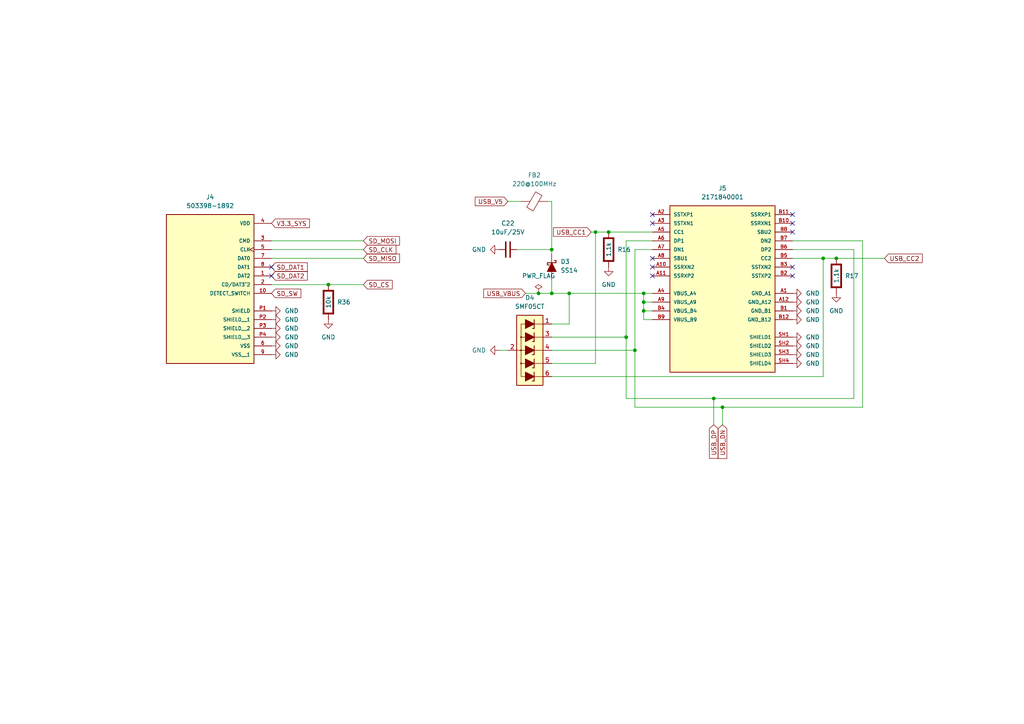
<source format=kicad_sch>
(kicad_sch (version 20231120) (generator "eeschema") (generator_version "8.0")
  (paper "A4")
  (lib_symbols
    (symbol "Device:FerriteBead" (pin_numbers hide) (pin_names (offset 0))
      (property "Reference" "FB" (at -3.81 0.635 90))
      (property "Value" "FerriteBead" (at 3.81 0 90))
      (symbol "FerriteBead_0_1"
        (polyline (pts (xy 0 -1.27) (xy 0 -1.2192)))
        (polyline (pts (xy 0 1.27) (xy 0 1.2954)))
        (polyline (pts (xy -2.7686 0.4064) (xy -1.7018 2.2606) (xy 2.7686 -0.3048) (xy 1.6764 -2.159) (xy -2.7686 0.4064)))
      )
      (symbol "FerriteBead_1_1"
        (pin passive line (at 0 3.81 270) (length 2.54) (name "~") (number "1"))
        (pin passive line (at 0 -3.81 90) (length 2.54) (name "~") (number "2"))
      )
    )
    (symbol "PCM_Diode_Schottky_AKL:SS14" (pin_numbers hide) (pin_names (offset 1.016) hide)
      (property "Reference" "D" (at 0 5.08 0))
      (property "Value" "SS14" (at 0 2.54 0))
      (symbol "SS14_0_1"
        (polyline (pts (xy -1.27 0) (xy 1.27 0)))
        (polyline (pts (xy -1.27 -1.27) (xy -1.27 1.27) (xy 1.27 0) (xy -1.27 -1.27)) (stroke (width 0.254)) (fill (type outline)))
        (polyline (pts (xy 1.905 -0.762) (xy 1.905 -1.27) (xy 1.27 -1.27) (xy 1.27 1.27) (xy 0.635 1.27) (xy 0.635 0.762)) (stroke (width 0.254)))
      )
      (symbol "SS14_0_2"
        (polyline (pts (xy -2.54 -2.54) (xy 2.54 2.54)))
        (polyline (pts (xy 0 1.778) (xy 1.778 0)) (stroke (width 0.254)))
        (polyline (pts (xy 0 1.778) (xy -0.381 1.397) (xy 0 1.016)) (stroke (width 0.254)))
        (polyline (pts (xy 1.778 0) (xy 2.159 0.381) (xy 1.778 0.762)) (stroke (width 0.254)))
        (polyline (pts (xy -0.889 -0.889) (xy -1.778 0) (xy 0.889 0.889) (xy 0 -1.778) (xy -0.889 -0.889)) (stroke (width 0.254)) (fill (type outline)))
      )
      (symbol "SS14_1_1"
        (pin passive line (at 3.81 0 180) (length 2.54) (name "K") (number "1"))
        (pin passive line (at -3.81 0 0) (length 2.54) (name "A") (number "2"))
      )
      (symbol "SS14_1_2"
        (pin passive line (at 2.54 2.54 180) (length 0) (name "K") (number "1"))
        (pin passive line (at -2.54 -2.54 0) (length 0) (name "A") (number "2"))
      )
    )
    (symbol "PCM_Diode_TVS_AKL:SMF05CT" (pin_names (offset 1.016) hide)
      (property "Reference" "D" (at 11.43 1.27 0))
      (property "Value" "SMF05CT" (at 11.43 -1.27 0))
      (symbol "SMF05CT_0_1"
        (circle (center -3.81 -2.54) (radius 0.1778) (fill (type outline)))
        (circle (center 0 -2.54) (radius 0.1778) (fill (type outline)))
        (polyline (pts (xy -7.62 1.27) (xy -7.62 2.54)))
        (polyline (pts (xy -7.62 2.54) (xy -7.62 3.81)))
        (polyline (pts (xy -3.81 -2.54) (xy -3.81 -1.27)))
        (polyline (pts (xy -3.81 1.27) (xy -3.81 2.54)))
        (polyline (pts (xy -3.81 2.54) (xy -3.81 3.81)))
        (polyline (pts (xy 0 -3.81) (xy 0 -2.54)))
        (polyline (pts (xy 0 -2.54) (xy 0 -1.27)))
        (polyline (pts (xy 0 1.27) (xy 0 2.54)))
        (polyline (pts (xy 0 2.54) (xy 0 3.81)))
        (polyline (pts (xy 3.81 -2.54) (xy 3.81 -1.27)))
        (polyline (pts (xy 3.81 1.27) (xy 3.81 2.54)))
        (polyline (pts (xy 3.81 2.54) (xy 3.81 3.81)))
        (polyline (pts (xy 7.62 1.27) (xy 7.62 2.54)))
        (polyline (pts (xy 7.62 2.54) (xy 7.62 3.81)))
        (polyline (pts (xy 7.62 -1.27) (xy 7.62 -2.54) (xy -7.62 -2.54) (xy -7.62 -1.27)))
        (circle (center 3.81 -2.54) (radius 0.1778) (fill (type outline)))
        (rectangle (start 10.16 -3.81) (end -10.16 3.81) (stroke (width 0.254)) (fill (type background)))
      )
      (symbol "SMF05CT_1_1"
        (polyline (pts (xy -8.89 1.27) (xy -6.35 1.27)) (stroke (width 0.254)))
        (polyline (pts (xy -7.62 -1.27) (xy -7.62 1.27)))
        (polyline (pts (xy -6.35 1.27) (xy -6.35 0.762)) (stroke (width 0.254)))
        (polyline (pts (xy -5.08 1.27) (xy -2.54 1.27)) (stroke (width 0.254)))
        (polyline (pts (xy -3.81 -1.27) (xy -3.81 1.27)))
        (polyline (pts (xy -2.54 1.27) (xy -2.54 0.762)) (stroke (width 0.254)))
        (polyline (pts (xy -1.27 1.27) (xy 1.27 1.27)) (stroke (width 0.254)))
        (polyline (pts (xy 0 -1.27) (xy 0 1.27)))
        (polyline (pts (xy 1.27 1.27) (xy 1.27 0.762)) (stroke (width 0.254)))
        (polyline (pts (xy 2.54 1.27) (xy 5.08 1.27)) (stroke (width 0.254)))
        (polyline (pts (xy 3.81 -1.27) (xy 3.81 1.27)))
        (polyline (pts (xy 5.08 1.27) (xy 5.08 0.762)) (stroke (width 0.254)))
        (polyline (pts (xy 6.35 1.27) (xy 8.89 1.27)) (stroke (width 0.254)))
        (polyline (pts (xy 7.62 -1.27) (xy 7.62 1.27)))
        (polyline (pts (xy 8.89 1.27) (xy 8.89 0.762)) (stroke (width 0.254)))
        (polyline (pts (xy -6.35 -1.27) (xy -8.89 -1.27) (xy -7.62 1.27) (xy -6.35 -1.27)) (stroke (width 0.254)) (fill (type outline)))
        (polyline (pts (xy -2.54 -1.27) (xy -5.08 -1.27) (xy -3.81 1.27) (xy -2.54 -1.27)) (stroke (width 0.254)) (fill (type outline)))
        (polyline (pts (xy 1.27 -1.27) (xy -1.27 -1.27) (xy 0 1.27) (xy 1.27 -1.27)) (stroke (width 0.254)) (fill (type outline)))
        (polyline (pts (xy 5.08 -1.27) (xy 2.54 -1.27) (xy 3.81 1.27) (xy 5.08 -1.27)) (stroke (width 0.254)) (fill (type outline)))
        (polyline (pts (xy 8.89 -1.27) (xy 6.35 -1.27) (xy 7.62 1.27) (xy 8.89 -1.27)) (stroke (width 0.254)) (fill (type outline)))
        (pin passive line (at -7.62 6.35 270) (length 2.54) (name "L1") (number "1"))
        (pin passive line (at 0 -6.35 90) (length 2.54) (name "VN") (number "2"))
        (pin passive line (at -3.81 6.35 270) (length 2.54) (name "L2") (number "3"))
        (pin passive line (at 0 6.35 270) (length 2.54) (name "L3") (number "4"))
        (pin passive line (at 3.81 6.35 270) (length 2.54) (name "L4") (number "5"))
        (pin passive line (at 7.62 6.35 270) (length 2.54) (name "L5") (number "6"))
      )
    )
    (symbol "PCM_Elektuur:R" (pin_numbers hide) (pin_names (offset 0) hide)
      (property "Reference" "R" (at 2.54 3.175 0))
      (property "Value" "R" (at 0 0 90))
      (symbol "R_1_1"
        (polyline (pts (xy -1.524 -3.429) (xy 1.524 -3.429) (xy 1.524 3.429) (xy -1.524 3.429) (xy -1.524 -3.429) (xy -1.27 -3.175) (xy -1.27 3.175) (xy 1.27 3.175) (xy 1.27 -3.175) (xy -1.27 -3.175) (xy -1.524 -3.429)) (stroke (width 0.254)) (fill (type outline)))
        (pin passive line (at 0 5.08 270) (length 1.651) (name "+") (number "1"))
        (pin passive line (at 0 -5.08 90) (length 1.651) (name "-") (number "2"))
      )
      (symbol "R_1_2"
        (polyline (pts (xy -0.508 -3.429) (xy 1.524 -3.429) (xy 1.524 3.429) (xy -0.508 3.429) (xy -0.508 3.175) (xy 1.27 3.175) (xy 1.27 -3.175) (xy -0.508 -3.175) (xy -0.508 -3.429)) (stroke (width 0.254)) (fill (type outline)))
        (pin passive line (at 0 5.08 270) (length 1.651) (name "+") (number "1"))
        (pin passive line (at 0 -5.08 90) (length 1.651) (name "-") (number "2"))
      )
      (symbol "R_1_3"
        (polyline (pts (xy 0 3.4798) (xy 0 3.2004) (xy 0.7112 2.794) (xy -1.1938 1.6764) (xy 0.7112 0.5588) (xy -1.1938 -0.5588) (xy 0.7112 -1.6764) (xy -1.1938 -2.794) (xy 0 -3.4798) (xy 0 -3.2004) (xy -0.7112 -2.794) (xy 1.1938 -1.6764) (xy -0.7112 -0.5588) (xy 1.1938 0.5588) (xy -0.7112 1.6764) (xy 1.1938 2.794) (xy 0 3.4798)) (stroke (width 0.254)) (fill (type outline)))
        (pin passive line (at 0 5.08 270) (length 1.6002) (name "+") (number "1"))
        (pin passive line (at 0 -5.08 90) (length 1.6002) (name "-") (number "2"))
      )
      (symbol "R_1_4"
        (polyline (pts (xy 0 4.5466) (xy 0 4.2672) (xy 0.0508 4.2418) (xy 1.016 3.683) (xy -1.524 2.2098) (xy 1.016 0.7366) (xy -1.524 -0.7366) (xy 1.016 -2.2098) (xy -1.524 -3.683) (xy -0.0762 -4.5212) (xy 0 -4.5466) (xy 0 -4.2672) (xy -0.0508 -4.2418) (xy -1.016 -3.683) (xy 1.524 -2.2098) (xy -1.016 -0.7366) (xy 1.524 0.7366) (xy -1.016 2.2098) (xy 1.524 3.683) (xy 0.0762 4.5212) (xy 0 4.5466)) (stroke (width 0.254)) (fill (type outline)))
        (pin passive line (at 0 5.08 270) (length 0.5334) (name "+") (number "1"))
        (pin passive line (at 0 -5.08 90) (length 0.5334) (name "-") (number "2"))
      )
    )
    (symbol "PCM_SL_Devices:Capacitor_NP"
      (property "Reference" "C" (at 0 6.35 0))
      (property "Value" "Capacitor_NP" (at 0 3.81 0))
      (symbol "Capacitor_NP_0_1"
        (rectangle (start -0.762 2.286) (end -0.508 -2.286) (fill (type outline)))
        (rectangle (start 0.508 2.286) (end 0.762 -2.286) (fill (type outline)))
      )
      (symbol "Capacitor_NP_1_1"
        (pin passive line (at -2.54 0 0) (length 2) (name "~") (number "1"))
        (pin input line (at 2.54 0 180) (length 2) (name "~") (number "2"))
      )
    )
    (symbol "power:GND" (power) (pin_numbers hide) (pin_names (offset 0) hide)
      (property "Value" "GND" (at 0 -3.81 0))
      (symbol "GND_0_1"
        (polyline (pts (xy 0 0) (xy 0 -1.27) (xy 1.27 -1.27) (xy 0 -2.54) (xy -1.27 -1.27) (xy 0 -1.27)))
      )
      (symbol "GND_1_1"
        (pin power_in line (at 0 0 270) (length 0) (name "~") (number "1"))
      )
    )
    (symbol "power:PWR_FLAG" (power) (pin_numbers hide) (pin_names (offset 0) hide)
      (property "Value" "PWR_FLAG" (at 0 3.81 0))
      (symbol "PWR_FLAG_0_0"
        (pin power_out line (at 0 0 90) (length 0) (name "~") (number "1"))
      )
      (symbol "PWR_FLAG_0_1"
        (polyline (pts (xy 0 0) (xy 0 1.27) (xy -1.016 1.905) (xy 0 2.54) (xy 1.016 1.905) (xy 0 1.27)))
      )
    )
    (symbol "uwu:2171840001" (pin_names (offset 1.016))
      (property "Reference" "J" (at -15.24 23.622 0))
      (property "Value" "2171840001" (at -15.24 -27.94 0))
      (symbol "2171840001_0_0"
        (rectangle (start -15.24 -25.4) (end 15.24 22.86) (stroke (width 0.254)) (fill (type background)))
        (pin power_in line (at 20.32 -2.54 180) (length 5.08) (name "GND_A1") (number "A1"))
        (pin bidirectional line (at -20.32 5.08 0) (length 5.08) (name "SSRXN2") (number "A10"))
        (pin bidirectional line (at -20.32 2.54 0) (length 5.08) (name "SSRXP2") (number "A11"))
        (pin power_in line (at 20.32 -5.08 180) (length 5.08) (name "GND_A12") (number "A12"))
        (pin bidirectional line (at -20.32 20.32 0) (length 5.08) (name "SSTXP1") (number "A2"))
        (pin bidirectional line (at -20.32 17.78 0) (length 5.08) (name "SSTXN1") (number "A3"))
        (pin power_in line (at -20.32 -2.54 0) (length 5.08) (name "VBUS_A4") (number "A4"))
        (pin bidirectional line (at -20.32 15.24 0) (length 5.08) (name "CC1") (number "A5"))
        (pin bidirectional line (at -20.32 12.7 0) (length 5.08) (name "DP1") (number "A6"))
        (pin bidirectional line (at -20.32 10.16 0) (length 5.08) (name "DN1") (number "A7"))
        (pin bidirectional line (at -20.32 7.62 0) (length 5.08) (name "SBU1") (number "A8"))
        (pin power_in line (at -20.32 -5.08 0) (length 5.08) (name "VBUS_A9") (number "A9"))
        (pin power_in line (at 20.32 -7.62 180) (length 5.08) (name "GND_B1") (number "B1"))
        (pin bidirectional line (at 20.32 17.78 180) (length 5.08) (name "SSRXN1") (number "B10"))
        (pin bidirectional line (at 20.32 20.32 180) (length 5.08) (name "SSRXP1") (number "B11"))
        (pin power_in line (at 20.32 -10.16 180) (length 5.08) (name "GND_B12") (number "B12"))
        (pin bidirectional line (at 20.32 2.54 180) (length 5.08) (name "SSTXP2") (number "B2"))
        (pin bidirectional line (at 20.32 5.08 180) (length 5.08) (name "SSTXN2") (number "B3"))
        (pin power_in line (at -20.32 -7.62 0) (length 5.08) (name "VBUS_B4") (number "B4"))
        (pin bidirectional line (at 20.32 7.62 180) (length 5.08) (name "CC2") (number "B5"))
        (pin bidirectional line (at 20.32 10.16 180) (length 5.08) (name "DP2") (number "B6"))
        (pin bidirectional line (at 20.32 12.7 180) (length 5.08) (name "DN2") (number "B7"))
        (pin bidirectional line (at 20.32 15.24 180) (length 5.08) (name "SBU2") (number "B8"))
        (pin power_in line (at -20.32 -10.16 0) (length 5.08) (name "VBUS_B9") (number "B9"))
        (pin passive line (at 20.32 -15.24 180) (length 5.08) (name "SHIELD1") (number "SH1"))
        (pin passive line (at 20.32 -17.78 180) (length 5.08) (name "SHIELD2") (number "SH2"))
        (pin passive line (at 20.32 -20.32 180) (length 5.08) (name "SHIELD3") (number "SH3"))
        (pin passive line (at 20.32 -22.86 180) (length 5.08) (name "SHIELD4") (number "SH4"))
      )
    )
    (symbol "uwu:503398-1892" (pin_names (offset 1.016))
      (property "Reference" "J" (at -12.7217 15.266 0))
      (property "Value" "503398-1892" (at -12.704 -27.9456 0))
      (symbol "503398-1892_0_0"
        (rectangle (start -12.7 -27.94) (end 12.7 15.24) (stroke (width 0.254)) (fill (type background)))
        (pin passive line (at 17.78 -2.54 180) (length 5.08) (name "DAT2") (number "1"))
        (pin passive line (at 17.78 -7.62 180) (length 5.08) (name "DETECT_SWITCH") (number "10"))
        (pin passive line (at 17.78 -5.08 180) (length 5.08) (name "CD/DAT3^2") (number "2"))
        (pin passive line (at 17.78 7.62 180) (length 5.08) (name "CMD") (number "3"))
        (pin power_in line (at 17.78 12.7 180) (length 5.08) (name "VDD") (number "4"))
        (pin passive clock (at 17.78 5.08 180) (length 5.08) (name "CLK") (number "5"))
        (pin power_in line (at 17.78 -22.86 180) (length 5.08) (name "VSS") (number "6"))
        (pin passive line (at 17.78 2.54 180) (length 5.08) (name "DAT0") (number "7"))
        (pin passive line (at 17.78 0 180) (length 5.08) (name "DAT1") (number "8"))
        (pin power_in line (at 17.78 -25.4 180) (length 5.08) (name "VSS__1") (number "9"))
        (pin passive line (at 17.78 -12.7 180) (length 5.08) (name "SHIELD") (number "P1"))
        (pin passive line (at 17.78 -15.24 180) (length 5.08) (name "SHIELD__1") (number "P2"))
        (pin passive line (at 17.78 -17.78 180) (length 5.08) (name "SHIELD__2") (number "P3"))
        (pin passive line (at 17.78 -20.32 180) (length 5.08) (name "SHIELD__3") (number "P4"))
      )
    )
  )
  (junction (at 172.72 67.31))
  (junction (at 160.02 72.39))
  (junction (at 242.57 74.93))
  (junction (at 156.21 85.09))
  (junction (at 184.15 101.6))
  (junction (at 186.69 85.09))
  (junction (at 181.61 97.79))
  (junction (at 160.02 85.09))
  (junction (at 95.25 82.55))
  (junction (at 186.69 87.63))
  (junction (at 209.55 118.11))
  (junction (at 165.1 85.09))
  (junction (at 238.76 74.93))
  (junction (at 207.01 115.57))
  (junction (at 186.69 90.17))
  (junction (at 176.53 67.31))
  (no_connect (at 189.23 74.93))
  (no_connect (at 189.23 62.23))
  (no_connect (at 189.23 80.01))
  (no_connect (at 78.74 77.47))
  (no_connect (at 189.23 64.77))
  (no_connect (at 189.23 77.47))
  (no_connect (at 229.87 62.23))
  (no_connect (at 78.74 80.01))
  (no_connect (at 229.87 67.31))
  (no_connect (at 229.87 77.47))
  (no_connect (at 229.87 80.01))
  (no_connect (at 229.87 64.77))
  (wire (pts (xy 152.4 85.09) (xy 156.21 85.09)))
  (wire (pts (xy 172.72 105.41) (xy 172.72 67.31)))
  (wire (pts (xy 207.01 115.57) (xy 207.01 123.19)))
  (wire (pts (xy 147.32 101.6) (xy 144.78 101.6)))
  (wire (pts (xy 160.02 93.98) (xy 165.1 93.98)))
  (wire (pts (xy 156.21 85.09) (xy 160.02 85.09)))
  (wire (pts (xy 184.15 101.6) (xy 184.15 118.11)))
  (wire (pts (xy 160.02 81.28) (xy 160.02 85.09)))
  (wire (pts (xy 160.02 85.09) (xy 165.1 85.09)))
  (wire (pts (xy 176.53 67.31) (xy 189.23 67.31)))
  (wire (pts (xy 158.75 58.42) (xy 160.02 58.42)))
  (wire (pts (xy 160.02 58.42) (xy 160.02 72.39)))
  (wire (pts (xy 105.41 82.55) (xy 95.25 82.55)))
  (wire (pts (xy 160.02 105.41) (xy 172.72 105.41)))
  (wire (pts (xy 229.87 72.39) (xy 247.65 72.39)))
  (wire (pts (xy 229.87 74.93) (xy 238.76 74.93)))
  (wire (pts (xy 209.55 118.11) (xy 209.55 123.19)))
  (wire (pts (xy 186.69 85.09) (xy 186.69 87.63)))
  (wire (pts (xy 181.61 69.85) (xy 181.61 97.79)))
  (wire (pts (xy 189.23 72.39) (xy 184.15 72.39)))
  (wire (pts (xy 238.76 74.93) (xy 242.57 74.93)))
  (wire (pts (xy 160.02 109.22) (xy 238.76 109.22)))
  (wire (pts (xy 172.72 67.31) (xy 176.53 67.31)))
  (wire (pts (xy 250.19 118.11) (xy 250.19 69.85)))
  (wire (pts (xy 186.69 87.63) (xy 189.23 87.63)))
  (wire (pts (xy 189.23 92.71) (xy 186.69 92.71)))
  (wire (pts (xy 184.15 118.11) (xy 209.55 118.11)))
  (wire (pts (xy 186.69 92.71) (xy 186.69 90.17)))
  (wire (pts (xy 242.57 74.93) (xy 256.54 74.93)))
  (wire (pts (xy 165.1 85.09) (xy 186.69 85.09)))
  (wire (pts (xy 209.55 118.11) (xy 250.19 118.11)))
  (wire (pts (xy 247.65 115.57) (xy 247.65 72.39)))
  (wire (pts (xy 160.02 101.6) (xy 184.15 101.6)))
  (wire (pts (xy 160.02 97.79) (xy 181.61 97.79)))
  (wire (pts (xy 186.69 85.09) (xy 189.23 85.09)))
  (wire (pts (xy 147.32 58.42) (xy 151.13 58.42)))
  (wire (pts (xy 160.02 72.39) (xy 160.02 73.66)))
  (wire (pts (xy 165.1 93.98) (xy 165.1 85.09)))
  (wire (pts (xy 250.19 69.85) (xy 229.87 69.85)))
  (wire (pts (xy 181.61 97.79) (xy 181.61 115.57)))
  (wire (pts (xy 186.69 90.17) (xy 189.23 90.17)))
  (wire (pts (xy 105.41 74.93) (xy 78.74 74.93)))
  (wire (pts (xy 105.41 69.85) (xy 78.74 69.85)))
  (wire (pts (xy 186.69 90.17) (xy 186.69 87.63)))
  (wire (pts (xy 149.86 72.39) (xy 160.02 72.39)))
  (wire (pts (xy 105.41 72.39) (xy 78.74 72.39)))
  (wire (pts (xy 171.45 67.31) (xy 172.72 67.31)))
  (wire (pts (xy 184.15 72.39) (xy 184.15 101.6)))
  (wire (pts (xy 207.01 115.57) (xy 247.65 115.57)))
  (wire (pts (xy 189.23 69.85) (xy 181.61 69.85)))
  (wire (pts (xy 95.25 82.55) (xy 78.74 82.55)))
  (wire (pts (xy 238.76 109.22) (xy 238.76 74.93)))
  (wire (pts (xy 181.61 115.57) (xy 207.01 115.57)))
  (global_label "SD_DAT1" (shape input) (at 78.74 77.47 0) (property "Intersheetrefs" "${INTERSHEET_REFS}" (effects (hide yes))))
  (global_label "SD_CS" (shape input) (at 105.41 82.55 0) (property "Intersheetrefs" "${INTERSHEET_REFS}" (effects (hide yes))))
  (global_label "USB_CC2" (shape input) (at 256.54 74.93 0) (property "Intersheetrefs" "${INTERSHEET_REFS}" (effects (hide yes))))
  (global_label "SD_SW" (shape input) (at 78.74 85.09 0) (property "Intersheetrefs" "${INTERSHEET_REFS}" (effects (hide yes))))
  (global_label "USB_DN" (shape input) (at 209.55 123.19 270) (property "Intersheetrefs" "${INTERSHEET_REFS}" (effects (hide yes))))
  (global_label "SD_CLK" (shape input) (at 105.41 72.39 0) (property "Intersheetrefs" "${INTERSHEET_REFS}" (effects (hide yes))))
  (global_label "USB_DP" (shape input) (at 207.01 123.19 270) (property "Intersheetrefs" "${INTERSHEET_REFS}" (effects (hide yes))))
  (global_label "USB_CC1" (shape input) (at 171.45 67.31 180) (property "Intersheetrefs" "${INTERSHEET_REFS}" (effects (hide yes))))
  (global_label "SD_MOSI" (shape input) (at 105.41 69.85 0) (property "Intersheetrefs" "${INTERSHEET_REFS}" (effects (hide yes))))
  (global_label "USB_V5" (shape input) (at 147.32 58.42 180) (property "Intersheetrefs" "${INTERSHEET_REFS}" (effects (hide yes))))
  (global_label "USB_VBUS" (shape input) (at 152.4 85.09 180) (property "Intersheetrefs" "${INTERSHEET_REFS}" (effects (hide yes))))
  (global_label "V3.3_SYS" (shape input) (at 78.74 64.77 0) (property "Intersheetrefs" "${INTERSHEET_REFS}" (effects (hide yes))))
  (global_label "SD_MISO" (shape input) (at 105.41 74.93 0) (property "Intersheetrefs" "${INTERSHEET_REFS}" (effects (hide yes))))
  (global_label "SD_DAT2" (shape input) (at 78.74 80.01 0) (property "Intersheetrefs" "${INTERSHEET_REFS}" (effects (hide yes))))
  (symbol (lib_id "power:GND") (at 229.87 97.79 90) (unit 1)
    (property "Reference" "#PWR078" (effects (hide yes)))
    (property "Value" "GND" (at 233.68 97.7899 90) (effects (justify right)))
    (property "Description" "Power symbol creates a global label with name \"GND\" , ground" (effects (hide yes)))
  )
  (symbol (lib_id "PCM_Elektuur:R") (at 95.25 87.63 0) (unit 1)
    (property "Reference" "R36" (at 97.79 87.6299 0) (effects (justify left)))
    (property "Value" "10k" (at 95.25 87.63 90))
    (property "Footprint" "Resistor_SMD:R_0603_1608Metric" (effects (hide yes)))
    (property "Description" "resistor" (effects (hide yes)))
    (property "Indicator" "+" (effects (hide yes)))
    (property "Rating" "W" (effects (hide yes)))
  )
  (symbol (lib_id "power:GND") (at 78.74 102.87 90) (unit 1)
    (property "Reference" "#PWR072" (effects (hide yes)))
    (property "Value" "GND" (at 82.55 102.8699 90) (effects (justify right)))
    (property "Description" "Power symbol creates a global label with name \"GND\" , ground" (effects (hide yes)))
  )
  (symbol (lib_id "power:GND") (at 78.74 97.79 90) (unit 1)
    (property "Reference" "#PWR074" (effects (hide yes)))
    (property "Value" "GND" (at 82.55 97.7899 90) (effects (justify right)))
    (property "Description" "Power symbol creates a global label with name \"GND\" , ground" (effects (hide yes)))
  )
  (symbol (lib_id "power:GND") (at 242.57 85.09 0) (unit 1)
    (property "Reference" "#PWR087" (effects (hide yes)))
    (property "Value" "GND" (at 242.57 90.17 0))
    (property "Description" "Power symbol creates a global label with name \"GND\" , ground" (effects (hide yes)))
  )
  (symbol (lib_id "power:GND") (at 229.87 92.71 90) (unit 1)
    (property "Reference" "#PWR085" (effects (hide yes)))
    (property "Value" "GND" (at 233.68 92.7099 90) (effects (justify right)))
    (property "Description" "Power symbol creates a global label with name \"GND\" , ground" (effects (hide yes)))
  )
  (symbol (lib_id "power:GND") (at 229.87 90.17 90) (unit 1)
    (property "Reference" "#PWR084" (effects (hide yes)))
    (property "Value" "GND" (at 233.68 90.1699 90) (effects (justify right)))
    (property "Description" "Power symbol creates a global label with name \"GND\" , ground" (effects (hide yes)))
  )
  (symbol (lib_id "power:GND") (at 229.87 102.87 90) (unit 1)
    (property "Reference" "#PWR080" (effects (hide yes)))
    (property "Value" "GND" (at 233.68 102.8699 90) (effects (justify right)))
    (property "Description" "Power symbol creates a global label with name \"GND\" , ground" (effects (hide yes)))
  )
  (symbol (lib_id "PCM_SL_Devices:Capacitor_NP") (at 147.32 72.39 0) (unit 1)
    (property "Reference" "C22" (at 147.32 64.77 0))
    (property "Value" "10uF/25V" (at 147.32 67.31 0))
    (property "Footprint" "Capacitor_SMD:C_0805_2012Metric" (effects (hide yes)))
    (property "Description" "Unpolarized Capacitor" (effects (hide yes)))
  )
  (symbol (lib_id "power:GND") (at 78.74 90.17 90) (unit 1)
    (property "Reference" "#PWR077" (effects (hide yes)))
    (property "Value" "GND" (at 82.55 90.1699 90) (effects (justify right)))
    (property "Description" "Power symbol creates a global label with name \"GND\" , ground" (effects (hide yes)))
  )
  (symbol (lib_id "power:GND") (at 229.87 105.41 90) (unit 1)
    (property "Reference" "#PWR081" (effects (hide yes)))
    (property "Value" "GND" (at 233.68 105.4099 90) (effects (justify right)))
    (property "Description" "Power symbol creates a global label with name \"GND\" , ground" (effects (hide yes)))
  )
  (symbol (lib_id "power:GND") (at 229.87 100.33 90) (unit 1)
    (property "Reference" "#PWR079" (effects (hide yes)))
    (property "Value" "GND" (at 233.68 100.3299 90) (effects (justify right)))
    (property "Description" "Power symbol creates a global label with name \"GND\" , ground" (effects (hide yes)))
  )
  (symbol (lib_id "PCM_Elektuur:R") (at 176.53 72.39 0) (unit 1)
    (property "Reference" "R16" (at 179.07 72.3899 0) (effects (justify left)))
    (property "Value" "1.1k" (at 176.53 72.39 90))
    (property "Footprint" "Resistor_SMD:R_0603_1608Metric" (effects (hide yes)))
    (property "Description" "resistor" (effects (hide yes)))
    (property "Indicator" "+" (effects (hide yes)))
    (property "Rating" "W" (effects (hide yes)))
  )
  (symbol (lib_id "power:GND") (at 78.74 92.71 90) (unit 1)
    (property "Reference" "#PWR076" (effects (hide yes)))
    (property "Value" "GND" (at 82.55 92.7099 90) (effects (justify right)))
    (property "Description" "Power symbol creates a global label with name \"GND\" , ground" (effects (hide yes)))
  )
  (symbol (lib_id "power:GND") (at 229.87 85.09 90) (unit 1)
    (property "Reference" "#PWR082" (effects (hide yes)))
    (property "Value" "GND" (at 233.68 85.0899 90) (effects (justify right)))
    (property "Description" "Power symbol creates a global label with name \"GND\" , ground" (effects (hide yes)))
  )
  (symbol (lib_id "PCM_Elektuur:R") (at 242.57 80.01 0) (unit 1)
    (property "Reference" "R17" (at 245.11 80.0099 0) (effects (justify left)))
    (property "Value" "1.1k" (at 242.57 80.01 90))
    (property "Footprint" "Resistor_SMD:R_0603_1608Metric" (effects (hide yes)))
    (property "Description" "resistor" (effects (hide yes)))
    (property "Indicator" "+" (effects (hide yes)))
    (property "Rating" "W" (effects (hide yes)))
  )
  (symbol (lib_id "uwu:2171840001") (at 209.55 82.55 0) (unit 1)
    (property "Reference" "J5" (at 209.55 54.61 0))
    (property "Value" "2171840001" (at 209.55 57.15 0))
    (property "Footprint" "uwu:MOLEX_2171840001" (effects (hide yes)))
    (property "OPTION" "MOLEX_CONFIG" (effects (hide yes)))
    (property "MAXIMUM_PACKAGE_HEIGHT" "3.16 mm" (effects (hide yes)))
    (property "STANDARD" "Manufacturer Recommendations" (effects (hide yes)))
    (property "PARTREV" "A1" (effects (hide yes)))
    (property "MANUFACTURER" "Molex" (effects (hide yes)))
    (property "SNAPEDA_PN" "2171840001" (effects (hide yes)))
  )
  (symbol (lib_id "uwu:503398-1892") (at 60.96 77.47 0) (unit 1)
    (property "Reference" "J4" (at 60.96 57.15 0))
    (property "Value" "503398-1892" (at 60.96 59.69 0))
    (property "Footprint" "uwu:MOLEX_503398-1892" (effects (hide yes)))
    (property "PARTREV" "0" (effects (hide yes)))
    (property "MANUFACTURER" "molex" (effects (hide yes)))
    (property "STANDARD" "MANUFACTURER RECOMMENDATIONS" (effects (hide yes)))
  )
  (symbol (lib_id "power:GND") (at 95.25 92.71 0) (unit 1)
    (property "Reference" "#PWR035" (effects (hide yes)))
    (property "Value" "GND" (at 95.25 97.79 0))
    (property "Description" "Power symbol creates a global label with name \"GND\" , ground" (effects (hide yes)))
  )
  (symbol (lib_id "power:GND") (at 144.78 72.39 270) (unit 1)
    (property "Reference" "#PWR088" (effects (hide yes)))
    (property "Value" "GND" (at 140.97 72.3899 90) (effects (justify right)))
    (property "Description" "Power symbol creates a global label with name \"GND\" , ground" (effects (hide yes)))
  )
  (symbol (lib_id "Device:FerriteBead") (at 154.94 58.42 270) (unit 1)
    (property "Reference" "FB2" (at 154.9908 50.8 90))
    (property "Value" "220@100MHz" (at 154.9908 53.34 90))
    (property "Footprint" "PCM_Ferrite_SMD_AKL:Ferrite_0603_1608Metric" (effects (hide yes)))
    (property "Description" "Ferrite bead" (effects (hide yes)))
  )
  (symbol (lib_id "power:GND") (at 78.74 95.25 90) (unit 1)
    (property "Reference" "#PWR075" (effects (hide yes)))
    (property "Value" "GND" (at 82.55 95.2499 90) (effects (justify right)))
    (property "Description" "Power symbol creates a global label with name \"GND\" , ground" (effects (hide yes)))
  )
  (symbol (lib_id "power:GND") (at 78.74 100.33 90) (unit 1)
    (property "Reference" "#PWR073" (effects (hide yes)))
    (property "Value" "GND" (at 82.55 100.3299 90) (effects (justify right)))
    (property "Description" "Power symbol creates a global label with name \"GND\" , ground" (effects (hide yes)))
  )
  (symbol (lib_id "power:GND") (at 229.87 87.63 90) (unit 1)
    (property "Reference" "#PWR083" (effects (hide yes)))
    (property "Value" "GND" (at 233.68 87.6299 90) (effects (justify right)))
    (property "Description" "Power symbol creates a global label with name \"GND\" , ground" (effects (hide yes)))
  )
  (symbol (lib_id "PCM_Diode_TVS_AKL:SMF05CT") (at 153.67 101.6 270) (unit 1)
    (property "Reference" "D4" (at 153.67 86.36 90))
    (property "Value" "SMF05CT" (at 153.67 88.9 90))
    (property "Footprint" "PCM_Package_TO_SOT_SMD_AKL:SOT-363_SC-70-6" (effects (hide yes)))
    (property "Datasheet" "https://www.tme.eu/Document/d38edfebd680afccb651597d55f02e33/SMF05CT1G.PDF" (effects (hide yes)))
    (property "Description" "SOT-363 TVS Diode array, 5xUnidirectional, 5V, 100W, Alternate KiCAD Library" (effects (hide yes)))
  )
  (symbol (lib_id "power:GND") (at 176.53 77.47 0) (unit 1)
    (property "Reference" "#PWR086" (effects (hide yes)))
    (property "Value" "GND" (at 176.53 82.55 0))
    (property "Description" "Power symbol creates a global label with name \"GND\" , ground" (effects (hide yes)))
  )
  (symbol (lib_id "power:PWR_FLAG") (at 156.21 85.09 0) (unit 1)
    (property "Reference" "#FLG03" (effects (hide yes)))
    (property "Value" "PWR_FLAG" (at 156.21 80.01 0))
    (property "Description" "Special symbol for telling ERC where power comes from" (effects (hide yes)))
  )
  (symbol (lib_id "power:GND") (at 144.78 101.6 270) (unit 1)
    (property "Reference" "#PWR089" (effects (hide yes)))
    (property "Value" "GND" (at 140.97 101.5999 90) (effects (justify right)))
    (property "Description" "Power symbol creates a global label with name \"GND\" , ground" (effects (hide yes)))
  )
  (symbol (lib_id "PCM_Diode_Schottky_AKL:SS14") (at 160.02 77.47 90) (unit 1)
    (property "Reference" "D3" (at 162.56 75.8824 90) (effects (justify right)))
    (property "Value" "SS14" (at 162.56 78.4224 90) (effects (justify right)))
    (property "Footprint" "PCM_Diode_SMD_AKL:D_SMA" (effects (hide yes)))
    (property "Datasheet" "https://www.tme.eu/Document/39e1c2d2c354f63d74e9a2edb2156b4b/SS14-E3_61T.pdf" (effects (hide yes)))
    (property "Description" "SMA Schottky diode, 40V, 1A, Alternate KiCAD Library" (effects (hide yes)))
  )
)
</source>
